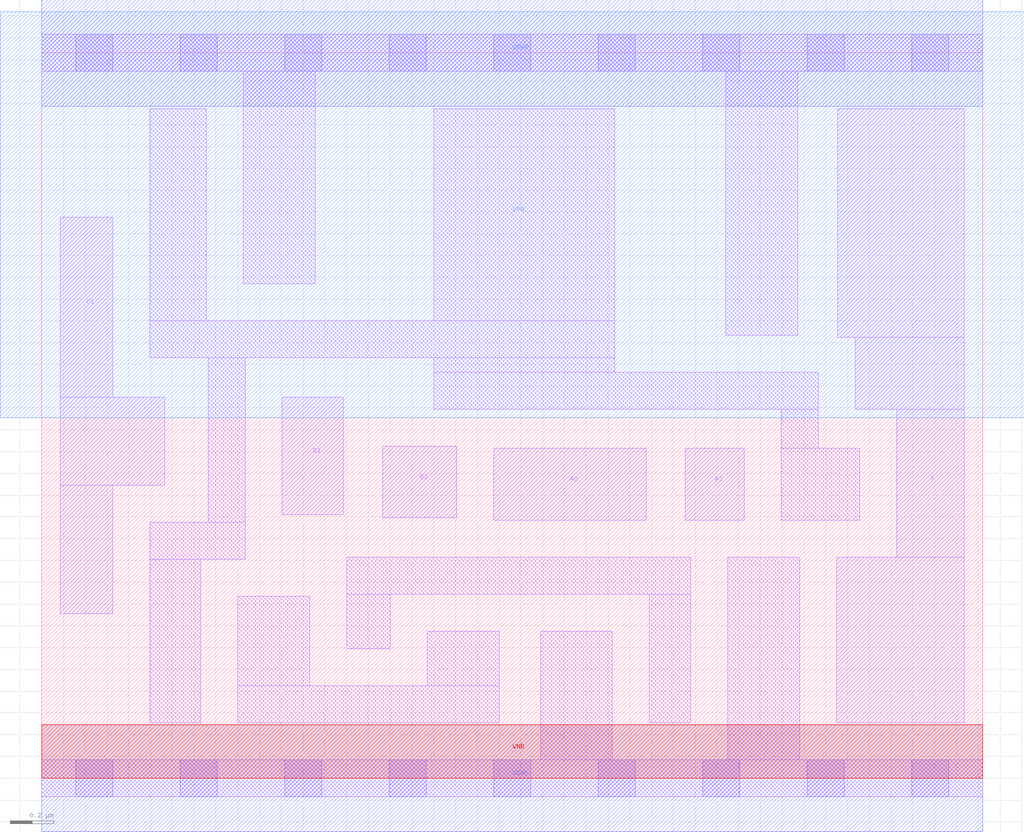
<source format=lef>
# Copyright 2020 The SkyWater PDK Authors
#
# Licensed under the Apache License, Version 2.0 (the "License");
# you may not use this file except in compliance with the License.
# You may obtain a copy of the License at
#
#     https://www.apache.org/licenses/LICENSE-2.0
#
# Unless required by applicable law or agreed to in writing, software
# distributed under the License is distributed on an "AS IS" BASIS,
# WITHOUT WARRANTIES OR CONDITIONS OF ANY KIND, either express or implied.
# See the License for the specific language governing permissions and
# limitations under the License.
#
# SPDX-License-Identifier: Apache-2.0

VERSION 5.7 ;
  NOWIREEXTENSIONATPIN ON ;
  DIVIDERCHAR "/" ;
  BUSBITCHARS "[]" ;
MACRO sky130_fd_sc_lp__o221a_1
  CLASS CORE ;
  FOREIGN sky130_fd_sc_lp__o221a_1 ;
  ORIGIN  0.000000  0.000000 ;
  SIZE  4.320000 BY  3.330000 ;
  SYMMETRY X Y R90 ;
  SITE unit ;
  PIN A1
    ANTENNAGATEAREA  0.315000 ;
    DIRECTION INPUT ;
    USE SIGNAL ;
    PORT
      LAYER li1 ;
        RECT 2.955000 1.185000 3.225000 1.515000 ;
    END
  END A1
  PIN A2
    ANTENNAGATEAREA  0.315000 ;
    DIRECTION INPUT ;
    USE SIGNAL ;
    PORT
      LAYER li1 ;
        RECT 2.075000 1.185000 2.775000 1.515000 ;
    END
  END A2
  PIN B1
    ANTENNAGATEAREA  0.315000 ;
    DIRECTION INPUT ;
    USE SIGNAL ;
    PORT
      LAYER li1 ;
        RECT 1.105000 1.210000 1.385000 1.750000 ;
    END
  END B1
  PIN B2
    ANTENNAGATEAREA  0.315000 ;
    DIRECTION INPUT ;
    USE SIGNAL ;
    PORT
      LAYER li1 ;
        RECT 1.565000 1.195000 1.905000 1.525000 ;
    END
  END B2
  PIN C1
    ANTENNAGATEAREA  0.315000 ;
    DIRECTION INPUT ;
    USE SIGNAL ;
    PORT
      LAYER li1 ;
        RECT 0.085000 0.755000 0.325000 1.345000 ;
        RECT 0.085000 1.345000 0.565000 1.750000 ;
        RECT 0.085000 1.750000 0.325000 2.575000 ;
    END
  END C1
  PIN X
    ANTENNADIFFAREA  0.581700 ;
    DIRECTION OUTPUT ;
    USE SIGNAL ;
    PORT
      LAYER li1 ;
        RECT 3.650000 0.255000 4.235000 1.015000 ;
        RECT 3.655000 2.025000 4.235000 3.075000 ;
        RECT 3.735000 1.695000 4.235000 2.025000 ;
        RECT 3.925000 1.015000 4.235000 1.695000 ;
    END
  END X
  PIN VGND
    DIRECTION INOUT ;
    USE GROUND ;
    PORT
      LAYER met1 ;
        RECT 0.000000 -0.245000 4.320000 0.245000 ;
    END
  END VGND
  PIN VNB
    DIRECTION INOUT ;
    USE GROUND ;
    PORT
      LAYER pwell ;
        RECT 0.000000 0.000000 4.320000 0.245000 ;
    END
  END VNB
  PIN VPB
    DIRECTION INOUT ;
    USE POWER ;
    PORT
      LAYER nwell ;
        RECT -0.190000 1.655000 4.510000 3.520000 ;
    END
  END VPB
  PIN VPWR
    DIRECTION INOUT ;
    USE POWER ;
    PORT
      LAYER met1 ;
        RECT 0.000000 3.085000 4.320000 3.575000 ;
    END
  END VPWR
  OBS
    LAYER li1 ;
      RECT 0.000000 -0.085000 4.320000 0.085000 ;
      RECT 0.000000  3.245000 4.320000 3.415000 ;
      RECT 0.495000  0.255000 0.730000 1.005000 ;
      RECT 0.495000  1.005000 0.935000 1.175000 ;
      RECT 0.495000  1.930000 2.630000 2.100000 ;
      RECT 0.495000  2.100000 0.755000 3.075000 ;
      RECT 0.765000  1.175000 0.935000 1.930000 ;
      RECT 0.900000  0.255000 2.100000 0.425000 ;
      RECT 0.900000  0.425000 1.230000 0.835000 ;
      RECT 0.925000  2.270000 1.255000 3.245000 ;
      RECT 1.400000  0.595000 1.600000 0.845000 ;
      RECT 1.400000  0.845000 2.980000 1.015000 ;
      RECT 1.770000  0.425000 2.100000 0.675000 ;
      RECT 1.800000  1.695000 3.565000 1.865000 ;
      RECT 1.800000  1.865000 2.630000 1.930000 ;
      RECT 1.800000  2.100000 2.630000 3.075000 ;
      RECT 2.290000  0.085000 2.620000 0.675000 ;
      RECT 2.790000  0.255000 2.980000 0.845000 ;
      RECT 3.140000  2.035000 3.470000 3.245000 ;
      RECT 3.150000  0.085000 3.480000 1.015000 ;
      RECT 3.395000  1.185000 3.755000 1.515000 ;
      RECT 3.395000  1.515000 3.565000 1.695000 ;
    LAYER mcon ;
      RECT 0.155000 -0.085000 0.325000 0.085000 ;
      RECT 0.155000  3.245000 0.325000 3.415000 ;
      RECT 0.635000 -0.085000 0.805000 0.085000 ;
      RECT 0.635000  3.245000 0.805000 3.415000 ;
      RECT 1.115000 -0.085000 1.285000 0.085000 ;
      RECT 1.115000  3.245000 1.285000 3.415000 ;
      RECT 1.595000 -0.085000 1.765000 0.085000 ;
      RECT 1.595000  3.245000 1.765000 3.415000 ;
      RECT 2.075000 -0.085000 2.245000 0.085000 ;
      RECT 2.075000  3.245000 2.245000 3.415000 ;
      RECT 2.555000 -0.085000 2.725000 0.085000 ;
      RECT 2.555000  3.245000 2.725000 3.415000 ;
      RECT 3.035000 -0.085000 3.205000 0.085000 ;
      RECT 3.035000  3.245000 3.205000 3.415000 ;
      RECT 3.515000 -0.085000 3.685000 0.085000 ;
      RECT 3.515000  3.245000 3.685000 3.415000 ;
      RECT 3.995000 -0.085000 4.165000 0.085000 ;
      RECT 3.995000  3.245000 4.165000 3.415000 ;
  END
END sky130_fd_sc_lp__o221a_1
END LIBRARY

</source>
